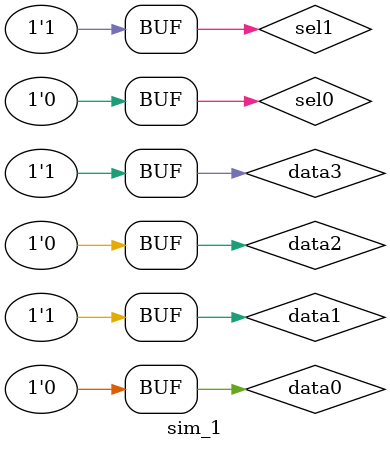
<source format=v>
`timescale 1ns / 1ps


module sim_1(

    );
    initial
    begin
    end
    wire data0 = 4'b0000;
    wire data1 = 4'b0001;
    wire data2 = 4'b0010;
    wire data3 = 4'b0011;
    wire sel0 = 0;
    wire sel1 = 1;
    wire result;
    mux4x5 mux4x5(data0, data1, data2, data3, sel0, sel1, result);
endmodule

</source>
